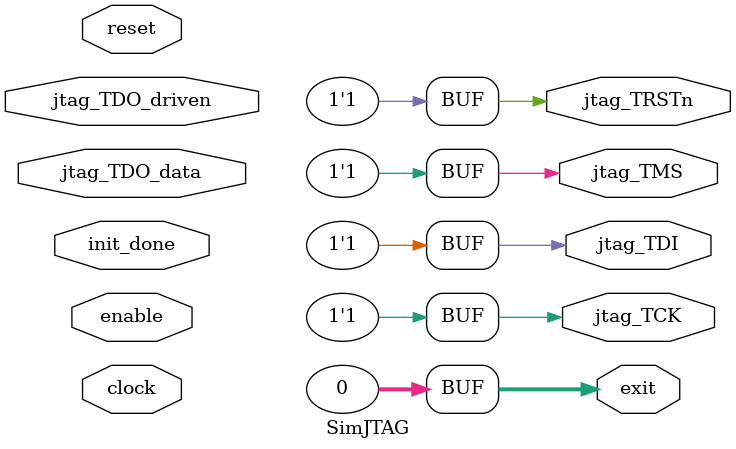
<source format=v>

module SimJTAG #(
                 parameter TICK_DELAY = 50
                 )(

                   input         clock,
                   input         reset,

                   input         enable,
                   input         init_done,

                   output        jtag_TCK,
                   output        jtag_TMS,
                   output        jtag_TDI,
                   output        jtag_TRSTn,

                   input         jtag_TDO_data,
                   input         jtag_TDO_driven,

                   output [31:0] exit
                   );

   assign jtag_TCK = 1'b1;
   assign jtag_TMS = 1'b1;
   assign jtag_TDI = 1'b1;
   assign jtag_TRSTn = 1'b1;
   assign exit = 32'b0;

endmodule

</source>
